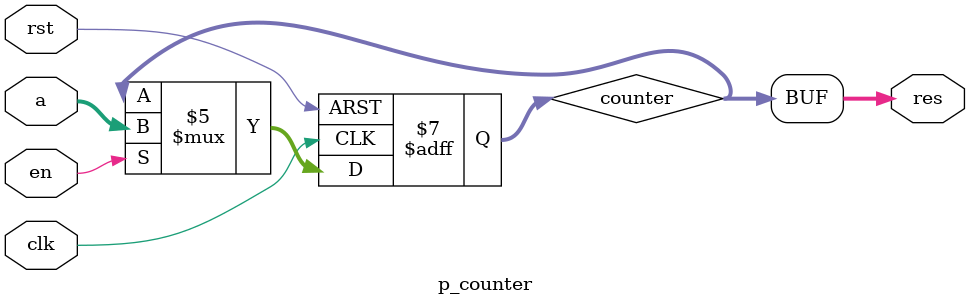
<source format=v>
`timescale 1ns / 1ps
module p_counter(input clk,
					  input rst,
					  input en,
					  input [31:0] a,
					  output [31:0] res
    );

	reg [31:0] counter;
	always @(posedge clk or posedge rst)
		if (rst==1) counter = 32'b0;
		else if (en == 1) counter = a;
	
	assign res = counter;

endmodule

</source>
